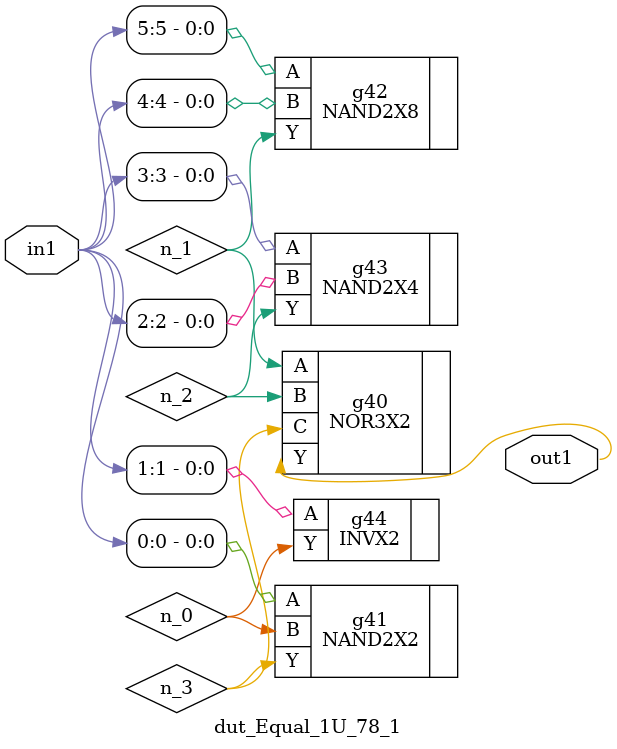
<source format=v>
`timescale 1ps / 1ps


module dut_Equal_1U_78_1(in1, out1);
  input [5:0] in1;
  output out1;
  wire [5:0] in1;
  wire out1;
  wire n_0, n_1, n_2, n_3;
  NOR3X2 g40(.A (n_1), .B (n_2), .C (n_3), .Y (out1));
  NAND2X2 g41(.A (in1[0]), .B (n_0), .Y (n_3));
  NAND2X4 g43(.A (in1[3]), .B (in1[2]), .Y (n_2));
  NAND2X8 g42(.A (in1[5]), .B (in1[4]), .Y (n_1));
  INVX2 g44(.A (in1[1]), .Y (n_0));
endmodule



</source>
